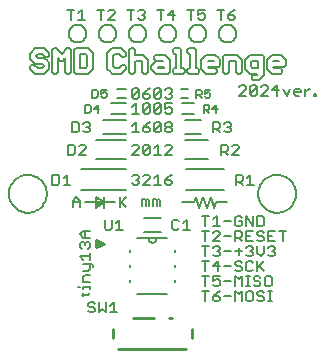
<source format=gto>
G75*
%MOIN*%
%OFA0B0*%
%FSLAX24Y24*%
%IPPOS*%
%LPD*%
%AMOC8*
5,1,8,0,0,1.08239X$1,22.5*
%
%ADD10C,0.0079*%
%ADD11C,0.0060*%
%ADD12C,0.0059*%
%ADD13C,0.0100*%
%ADD14C,0.0050*%
%ADD15C,0.0080*%
D10*
X004564Y005440D02*
X004814Y005627D01*
X004564Y005815D01*
X004564Y005440D01*
X004564Y005498D02*
X004641Y005498D01*
X004564Y005575D02*
X004744Y005575D01*
X004780Y005653D02*
X004564Y005653D01*
X004564Y005730D02*
X004677Y005730D01*
X004574Y005807D02*
X004564Y005807D01*
X004814Y005815D02*
X004814Y005627D01*
X004814Y005440D01*
X004814Y005627D02*
X005189Y005627D01*
X004814Y005627D02*
X004189Y005627D01*
X001655Y005912D02*
X001657Y005962D01*
X001663Y006012D01*
X001673Y006061D01*
X001687Y006109D01*
X001704Y006156D01*
X001725Y006201D01*
X001750Y006245D01*
X001778Y006286D01*
X001810Y006325D01*
X001844Y006362D01*
X001881Y006396D01*
X001921Y006426D01*
X001963Y006453D01*
X002007Y006477D01*
X002053Y006498D01*
X002100Y006514D01*
X002148Y006527D01*
X002198Y006536D01*
X002247Y006541D01*
X002298Y006542D01*
X002348Y006539D01*
X002397Y006532D01*
X002446Y006521D01*
X002494Y006506D01*
X002540Y006488D01*
X002585Y006466D01*
X002628Y006440D01*
X002669Y006411D01*
X002708Y006379D01*
X002744Y006344D01*
X002776Y006306D01*
X002806Y006266D01*
X002833Y006223D01*
X002856Y006179D01*
X002875Y006133D01*
X002891Y006085D01*
X002903Y006036D01*
X002911Y005987D01*
X002915Y005937D01*
X002915Y005887D01*
X002911Y005837D01*
X002903Y005788D01*
X002891Y005739D01*
X002875Y005691D01*
X002856Y005645D01*
X002833Y005601D01*
X002806Y005558D01*
X002776Y005518D01*
X002744Y005480D01*
X002708Y005445D01*
X002669Y005413D01*
X002628Y005384D01*
X002585Y005358D01*
X002540Y005336D01*
X002494Y005318D01*
X002446Y005303D01*
X002397Y005292D01*
X002348Y005285D01*
X002298Y005282D01*
X002247Y005283D01*
X002198Y005288D01*
X002148Y005297D01*
X002100Y005310D01*
X002053Y005326D01*
X002007Y005347D01*
X001963Y005371D01*
X001921Y005398D01*
X001881Y005428D01*
X001844Y005462D01*
X001810Y005499D01*
X001778Y005538D01*
X001750Y005579D01*
X001725Y005623D01*
X001704Y005668D01*
X001687Y005715D01*
X001673Y005763D01*
X001663Y005812D01*
X001657Y005862D01*
X001655Y005912D01*
X007439Y005627D02*
X007814Y005627D01*
X007876Y005815D01*
X008001Y005440D01*
X008126Y005815D01*
X008251Y005440D01*
X008376Y005815D01*
X008501Y005440D01*
X008564Y005627D01*
X008939Y005627D01*
X009962Y005912D02*
X009964Y005962D01*
X009970Y006012D01*
X009980Y006061D01*
X009994Y006109D01*
X010011Y006156D01*
X010032Y006201D01*
X010057Y006245D01*
X010085Y006286D01*
X010117Y006325D01*
X010151Y006362D01*
X010188Y006396D01*
X010228Y006426D01*
X010270Y006453D01*
X010314Y006477D01*
X010360Y006498D01*
X010407Y006514D01*
X010455Y006527D01*
X010505Y006536D01*
X010554Y006541D01*
X010605Y006542D01*
X010655Y006539D01*
X010704Y006532D01*
X010753Y006521D01*
X010801Y006506D01*
X010847Y006488D01*
X010892Y006466D01*
X010935Y006440D01*
X010976Y006411D01*
X011015Y006379D01*
X011051Y006344D01*
X011083Y006306D01*
X011113Y006266D01*
X011140Y006223D01*
X011163Y006179D01*
X011182Y006133D01*
X011198Y006085D01*
X011210Y006036D01*
X011218Y005987D01*
X011222Y005937D01*
X011222Y005887D01*
X011218Y005837D01*
X011210Y005788D01*
X011198Y005739D01*
X011182Y005691D01*
X011163Y005645D01*
X011140Y005601D01*
X011113Y005558D01*
X011083Y005518D01*
X011051Y005480D01*
X011015Y005445D01*
X010976Y005413D01*
X010935Y005384D01*
X010892Y005358D01*
X010847Y005336D01*
X010801Y005318D01*
X010753Y005303D01*
X010704Y005292D01*
X010655Y005285D01*
X010605Y005282D01*
X010554Y005283D01*
X010505Y005288D01*
X010455Y005297D01*
X010407Y005310D01*
X010360Y005326D01*
X010314Y005347D01*
X010270Y005371D01*
X010228Y005398D01*
X010188Y005428D01*
X010151Y005462D01*
X010117Y005499D01*
X010085Y005538D01*
X010057Y005579D01*
X010032Y005623D01*
X010011Y005668D01*
X009994Y005715D01*
X009980Y005763D01*
X009970Y005812D01*
X009964Y005862D01*
X009962Y005912D01*
D11*
X004018Y002793D02*
X003962Y002793D01*
X004132Y002793D02*
X004359Y002793D01*
X004359Y002737D02*
X004359Y002850D01*
X004359Y002982D02*
X004132Y002982D01*
X004132Y003152D01*
X004188Y003209D01*
X004359Y003209D01*
X004302Y003350D02*
X004132Y003350D01*
X004302Y003350D02*
X004359Y003407D01*
X004359Y003577D01*
X004415Y003577D02*
X004132Y003577D01*
X004132Y003719D02*
X004018Y003832D01*
X004359Y003832D01*
X004359Y003719D02*
X004359Y003946D01*
X004302Y004087D02*
X004359Y004144D01*
X004359Y004257D01*
X004302Y004314D01*
X004245Y004314D01*
X004188Y004257D01*
X004188Y004200D01*
X004188Y004257D02*
X004132Y004314D01*
X004075Y004314D01*
X004018Y004257D01*
X004018Y004144D01*
X004075Y004087D01*
X004132Y004455D02*
X004018Y004569D01*
X004132Y004682D01*
X004359Y004682D01*
X004188Y004682D02*
X004188Y004455D01*
X004132Y004455D02*
X004359Y004455D01*
X004850Y004764D02*
X004907Y004707D01*
X005020Y004707D01*
X005077Y004764D01*
X005077Y005048D01*
X005219Y004934D02*
X005332Y005048D01*
X005332Y004707D01*
X005219Y004707D02*
X005445Y004707D01*
X004850Y004764D02*
X004850Y005048D01*
X005347Y005457D02*
X005347Y005798D01*
X005404Y005628D02*
X005574Y005457D01*
X005347Y005571D02*
X005574Y005798D01*
X005820Y006207D02*
X005763Y006264D01*
X005820Y006207D02*
X005933Y006207D01*
X005990Y006264D01*
X005990Y006321D01*
X005933Y006378D01*
X005877Y006378D01*
X005933Y006378D02*
X005990Y006434D01*
X005990Y006491D01*
X005933Y006548D01*
X005820Y006548D01*
X005763Y006491D01*
X006132Y006491D02*
X006188Y006548D01*
X006302Y006548D01*
X006358Y006491D01*
X006358Y006434D01*
X006132Y006207D01*
X006358Y006207D01*
X006500Y006207D02*
X006727Y006207D01*
X006613Y006207D02*
X006613Y006548D01*
X006500Y006434D01*
X006868Y006378D02*
X006868Y006264D01*
X006925Y006207D01*
X007038Y006207D01*
X007095Y006264D01*
X007095Y006321D01*
X007038Y006378D01*
X006868Y006378D01*
X006982Y006491D01*
X007095Y006548D01*
X007095Y007207D02*
X006868Y007207D01*
X007095Y007434D01*
X007095Y007491D01*
X007038Y007548D01*
X006925Y007548D01*
X006868Y007491D01*
X006613Y007548D02*
X006613Y007207D01*
X006500Y007207D02*
X006727Y007207D01*
X006500Y007434D02*
X006613Y007548D01*
X006358Y007491D02*
X006358Y007264D01*
X006302Y007207D01*
X006188Y007207D01*
X006132Y007264D01*
X006358Y007491D01*
X006302Y007548D01*
X006188Y007548D01*
X006132Y007491D01*
X006132Y007264D01*
X005990Y007207D02*
X005763Y007207D01*
X005990Y007434D01*
X005990Y007491D01*
X005933Y007548D01*
X005820Y007548D01*
X005763Y007491D01*
X005763Y007957D02*
X005990Y007957D01*
X005877Y007957D02*
X005877Y008298D01*
X005763Y008184D01*
X006132Y008128D02*
X006132Y008014D01*
X006188Y007957D01*
X006302Y007957D01*
X006358Y008014D01*
X006358Y008071D01*
X006302Y008128D01*
X006132Y008128D01*
X006245Y008241D01*
X006358Y008298D01*
X006500Y008241D02*
X006557Y008298D01*
X006670Y008298D01*
X006727Y008241D01*
X006500Y008014D01*
X006557Y007957D01*
X006670Y007957D01*
X006727Y008014D01*
X006727Y008241D01*
X006868Y008241D02*
X006925Y008298D01*
X007038Y008298D01*
X007095Y008241D01*
X007095Y008184D01*
X007038Y008128D01*
X006925Y008128D01*
X006868Y008184D01*
X006868Y008241D01*
X006925Y008128D02*
X006868Y008071D01*
X006868Y008014D01*
X006925Y007957D01*
X007038Y007957D01*
X007095Y008014D01*
X007095Y008071D01*
X007038Y008128D01*
X007038Y008582D02*
X006925Y008582D01*
X006868Y008639D01*
X006868Y008753D02*
X006982Y008809D01*
X007038Y008809D01*
X007095Y008753D01*
X007095Y008639D01*
X007038Y008582D01*
X006868Y008753D02*
X006868Y008923D01*
X007095Y008923D01*
X007038Y009082D02*
X006925Y009082D01*
X006868Y009139D01*
X006727Y009139D02*
X006670Y009082D01*
X006557Y009082D01*
X006500Y009139D01*
X006727Y009366D01*
X006727Y009139D01*
X006670Y008923D02*
X006557Y008923D01*
X006500Y008866D01*
X006500Y008639D01*
X006727Y008866D01*
X006727Y008639D01*
X006670Y008582D01*
X006557Y008582D01*
X006500Y008639D01*
X006358Y008639D02*
X006302Y008582D01*
X006188Y008582D01*
X006132Y008639D01*
X006358Y008866D01*
X006358Y008639D01*
X006132Y008639D02*
X006132Y008866D01*
X006188Y008923D01*
X006302Y008923D01*
X006358Y008866D01*
X006302Y009082D02*
X006358Y009139D01*
X006358Y009196D01*
X006302Y009253D01*
X006132Y009253D01*
X006132Y009139D01*
X006188Y009082D01*
X006302Y009082D01*
X006132Y009253D02*
X006245Y009366D01*
X006358Y009423D01*
X006500Y009366D02*
X006557Y009423D01*
X006670Y009423D01*
X006727Y009366D01*
X006868Y009366D02*
X006925Y009423D01*
X007038Y009423D01*
X007095Y009366D01*
X007095Y009309D01*
X007038Y009253D01*
X007095Y009196D01*
X007095Y009139D01*
X007038Y009082D01*
X007038Y009253D02*
X006982Y009253D01*
X006670Y008923D02*
X006727Y008866D01*
X006500Y009139D02*
X006500Y009366D01*
X005990Y009366D02*
X005990Y009139D01*
X005933Y009082D01*
X005820Y009082D01*
X005763Y009139D01*
X005990Y009366D01*
X005933Y009423D01*
X005820Y009423D01*
X005763Y009366D01*
X005763Y009139D01*
X005877Y008923D02*
X005763Y008809D01*
X005877Y008923D02*
X005877Y008582D01*
X005990Y008582D02*
X005763Y008582D01*
X006500Y008241D02*
X006500Y008014D01*
X008450Y007957D02*
X008450Y008298D01*
X008620Y008298D01*
X008677Y008241D01*
X008677Y008128D01*
X008620Y008071D01*
X008450Y008071D01*
X008563Y008071D02*
X008677Y007957D01*
X008818Y008014D02*
X008875Y007957D01*
X008988Y007957D01*
X009045Y008014D01*
X009045Y008071D01*
X008988Y008128D01*
X008932Y008128D01*
X008988Y008128D02*
X009045Y008184D01*
X009045Y008241D01*
X008988Y008298D01*
X008875Y008298D01*
X008818Y008241D01*
X008901Y007548D02*
X008730Y007548D01*
X008730Y007207D01*
X008730Y007321D02*
X008901Y007321D01*
X008957Y007378D01*
X008957Y007491D01*
X008901Y007548D01*
X009099Y007491D02*
X009155Y007548D01*
X009269Y007548D01*
X009326Y007491D01*
X009326Y007434D01*
X009099Y007207D01*
X009326Y007207D01*
X008957Y007207D02*
X008844Y007321D01*
X009219Y006548D02*
X009389Y006548D01*
X009445Y006491D01*
X009445Y006378D01*
X009389Y006321D01*
X009219Y006321D01*
X009332Y006321D02*
X009445Y006207D01*
X009587Y006207D02*
X009814Y006207D01*
X009700Y006207D02*
X009700Y006548D01*
X009587Y006434D01*
X009219Y006548D02*
X009219Y006207D01*
X009255Y005173D02*
X009199Y005116D01*
X009199Y004889D01*
X009255Y004832D01*
X009369Y004832D01*
X009425Y004889D01*
X009425Y005003D01*
X009312Y005003D01*
X009425Y005116D02*
X009369Y005173D01*
X009255Y005173D01*
X009057Y005003D02*
X008830Y005003D01*
X008689Y004832D02*
X008462Y004832D01*
X008575Y004832D02*
X008575Y005173D01*
X008462Y005059D01*
X008320Y005173D02*
X008094Y005173D01*
X008207Y005173D02*
X008207Y004832D01*
X008207Y004673D02*
X008207Y004332D01*
X008207Y004173D02*
X008207Y003832D01*
X008207Y003673D02*
X008207Y003332D01*
X008207Y003173D02*
X008207Y002832D01*
X008207Y002673D02*
X008207Y002332D01*
X008462Y002389D02*
X008519Y002332D01*
X008632Y002332D01*
X008689Y002389D01*
X008689Y002446D01*
X008632Y002503D01*
X008462Y002503D01*
X008462Y002389D01*
X008462Y002503D02*
X008575Y002616D01*
X008689Y002673D01*
X008632Y002832D02*
X008519Y002832D01*
X008462Y002889D01*
X008462Y003003D02*
X008575Y003059D01*
X008632Y003059D01*
X008689Y003003D01*
X008689Y002889D01*
X008632Y002832D01*
X008462Y003003D02*
X008462Y003173D01*
X008689Y003173D01*
X008632Y003332D02*
X008632Y003673D01*
X008462Y003503D01*
X008689Y003503D01*
X008830Y003503D02*
X009057Y003503D01*
X009199Y003559D02*
X009255Y003503D01*
X009369Y003503D01*
X009425Y003446D01*
X009425Y003389D01*
X009369Y003332D01*
X009255Y003332D01*
X009199Y003389D01*
X009199Y003559D02*
X009199Y003616D01*
X009255Y003673D01*
X009369Y003673D01*
X009425Y003616D01*
X009567Y003616D02*
X009567Y003389D01*
X009624Y003332D01*
X009737Y003332D01*
X009794Y003389D01*
X009935Y003332D02*
X009935Y003673D01*
X009794Y003616D02*
X009737Y003673D01*
X009624Y003673D01*
X009567Y003616D01*
X009624Y003832D02*
X009567Y003889D01*
X009624Y003832D02*
X009737Y003832D01*
X009794Y003889D01*
X009794Y003946D01*
X009737Y004003D01*
X009680Y004003D01*
X009737Y004003D02*
X009794Y004059D01*
X009794Y004116D01*
X009737Y004173D01*
X009624Y004173D01*
X009567Y004116D01*
X009425Y004003D02*
X009199Y004003D01*
X009057Y004003D02*
X008830Y004003D01*
X008689Y004059D02*
X008632Y004003D01*
X008689Y003946D01*
X008689Y003889D01*
X008632Y003832D01*
X008519Y003832D01*
X008462Y003889D01*
X008575Y004003D02*
X008632Y004003D01*
X008689Y004059D02*
X008689Y004116D01*
X008632Y004173D01*
X008519Y004173D01*
X008462Y004116D01*
X008320Y004173D02*
X008094Y004173D01*
X008462Y004332D02*
X008689Y004559D01*
X008689Y004616D01*
X008632Y004673D01*
X008519Y004673D01*
X008462Y004616D01*
X008320Y004673D02*
X008094Y004673D01*
X007695Y004707D02*
X007469Y004707D01*
X007582Y004707D02*
X007582Y005048D01*
X007469Y004934D01*
X007327Y004991D02*
X007270Y005048D01*
X007157Y005048D01*
X007100Y004991D01*
X007100Y004764D01*
X007157Y004707D01*
X007270Y004707D01*
X007327Y004764D01*
X006695Y005520D02*
X006695Y005690D01*
X006639Y005747D01*
X006582Y005690D01*
X006582Y005520D01*
X006469Y005520D02*
X006469Y005747D01*
X006525Y005747D01*
X006582Y005690D01*
X006327Y005690D02*
X006327Y005520D01*
X006214Y005520D02*
X006214Y005690D01*
X006270Y005747D01*
X006327Y005690D01*
X006214Y005690D02*
X006157Y005747D01*
X006100Y005747D01*
X006100Y005520D01*
X004228Y007207D02*
X004001Y007207D01*
X004228Y007434D01*
X004228Y007491D01*
X004171Y007548D01*
X004058Y007548D01*
X004001Y007491D01*
X003859Y007491D02*
X003859Y007264D01*
X003803Y007207D01*
X003633Y007207D01*
X003633Y007548D01*
X003803Y007548D01*
X003859Y007491D01*
X003921Y007957D02*
X003751Y007957D01*
X003751Y008298D01*
X003921Y008298D01*
X003978Y008241D01*
X003978Y008014D01*
X003921Y007957D01*
X004119Y008014D02*
X004176Y007957D01*
X004289Y007957D01*
X004346Y008014D01*
X004346Y008071D01*
X004289Y008128D01*
X004232Y008128D01*
X004289Y008128D02*
X004346Y008184D01*
X004346Y008241D01*
X004289Y008298D01*
X004176Y008298D01*
X004119Y008241D01*
X003589Y006548D02*
X003589Y006207D01*
X003702Y006207D02*
X003475Y006207D01*
X003334Y006264D02*
X003334Y006491D01*
X003277Y006548D01*
X003107Y006548D01*
X003107Y006207D01*
X003277Y006207D01*
X003334Y006264D01*
X003475Y006434D02*
X003589Y006548D01*
X003898Y005798D02*
X004011Y005684D01*
X004011Y005457D01*
X004011Y005628D02*
X003784Y005628D01*
X003784Y005684D02*
X003898Y005798D01*
X003784Y005684D02*
X003784Y005457D01*
X004415Y003577D02*
X004472Y003521D01*
X004472Y003464D01*
X004132Y002793D02*
X004132Y002737D01*
X004132Y002604D02*
X004132Y002491D01*
X004075Y002548D02*
X004302Y002548D01*
X004359Y002604D01*
X004348Y002298D02*
X004291Y002241D01*
X004291Y002184D01*
X004348Y002128D01*
X004461Y002128D01*
X004518Y002071D01*
X004518Y002014D01*
X004461Y001957D01*
X004348Y001957D01*
X004291Y002014D01*
X004348Y002298D02*
X004461Y002298D01*
X004518Y002241D01*
X004659Y002298D02*
X004659Y001957D01*
X004773Y002071D01*
X004886Y001957D01*
X004886Y002298D01*
X005028Y002184D02*
X005141Y002298D01*
X005141Y001957D01*
X005028Y001957D02*
X005255Y001957D01*
X008094Y002673D02*
X008320Y002673D01*
X008320Y003173D02*
X008094Y003173D01*
X008094Y003673D02*
X008320Y003673D01*
X008462Y004332D02*
X008689Y004332D01*
X008830Y004503D02*
X009057Y004503D01*
X009199Y004446D02*
X009369Y004446D01*
X009425Y004503D01*
X009425Y004616D01*
X009369Y004673D01*
X009199Y004673D01*
X009199Y004332D01*
X009312Y004446D02*
X009425Y004332D01*
X009567Y004332D02*
X009794Y004332D01*
X009935Y004389D02*
X009992Y004332D01*
X010105Y004332D01*
X010162Y004389D01*
X010162Y004446D01*
X010105Y004503D01*
X009992Y004503D01*
X009935Y004559D01*
X009935Y004616D01*
X009992Y004673D01*
X010105Y004673D01*
X010162Y004616D01*
X010303Y004673D02*
X010303Y004332D01*
X010530Y004332D01*
X010474Y004173D02*
X010360Y004173D01*
X010303Y004116D01*
X010417Y004003D02*
X010474Y004003D01*
X010530Y003946D01*
X010530Y003889D01*
X010474Y003832D01*
X010360Y003832D01*
X010303Y003889D01*
X010474Y004003D02*
X010530Y004059D01*
X010530Y004116D01*
X010474Y004173D01*
X010417Y004503D02*
X010303Y004503D01*
X010303Y004673D02*
X010530Y004673D01*
X010672Y004673D02*
X010899Y004673D01*
X010785Y004673D02*
X010785Y004332D01*
X010162Y004173D02*
X010162Y003946D01*
X010049Y003832D01*
X009935Y003946D01*
X009935Y004173D01*
X009680Y004503D02*
X009567Y004503D01*
X009567Y004673D02*
X009567Y004332D01*
X009312Y004116D02*
X009312Y003889D01*
X009935Y003446D02*
X010162Y003673D01*
X009992Y003503D02*
X010162Y003332D01*
X010237Y003173D02*
X010181Y003116D01*
X010181Y002889D01*
X010237Y002832D01*
X010351Y002832D01*
X010408Y002889D01*
X010408Y003116D01*
X010351Y003173D01*
X010237Y003173D01*
X010039Y003116D02*
X009983Y003173D01*
X009869Y003173D01*
X009812Y003116D01*
X009812Y003059D01*
X009869Y003003D01*
X009983Y003003D01*
X010039Y002946D01*
X010039Y002889D01*
X009983Y002832D01*
X009869Y002832D01*
X009812Y002889D01*
X009680Y002832D02*
X009567Y002832D01*
X009624Y002832D02*
X009624Y003173D01*
X009680Y003173D02*
X009567Y003173D01*
X009425Y003173D02*
X009425Y002832D01*
X009425Y002673D02*
X009425Y002332D01*
X009567Y002389D02*
X009624Y002332D01*
X009737Y002332D01*
X009794Y002389D01*
X009794Y002616D01*
X009737Y002673D01*
X009624Y002673D01*
X009567Y002616D01*
X009567Y002389D01*
X009312Y002559D02*
X009425Y002673D01*
X009312Y002559D02*
X009199Y002673D01*
X009199Y002332D01*
X009057Y002503D02*
X008830Y002503D01*
X009199Y002832D02*
X009199Y003173D01*
X009312Y003059D01*
X009425Y003173D01*
X009057Y003003D02*
X008830Y003003D01*
X009935Y002616D02*
X009935Y002559D01*
X009992Y002503D01*
X010105Y002503D01*
X010162Y002446D01*
X010162Y002389D01*
X010105Y002332D01*
X009992Y002332D01*
X009935Y002389D01*
X009935Y002616D02*
X009992Y002673D01*
X010105Y002673D01*
X010162Y002616D01*
X010303Y002673D02*
X010417Y002673D01*
X010360Y002673D02*
X010360Y002332D01*
X010303Y002332D02*
X010417Y002332D01*
X009794Y004673D02*
X009567Y004673D01*
X009567Y004832D02*
X009567Y005173D01*
X009794Y004832D01*
X009794Y005173D01*
X009935Y005173D02*
X010105Y005173D01*
X010162Y005116D01*
X010162Y004889D01*
X010105Y004832D01*
X009935Y004832D01*
X009935Y005173D01*
X009861Y009187D02*
X009748Y009187D01*
X009691Y009243D01*
X009918Y009470D01*
X009918Y009243D01*
X009861Y009187D01*
X009691Y009243D02*
X009691Y009470D01*
X009748Y009527D01*
X009861Y009527D01*
X009918Y009470D01*
X010060Y009470D02*
X010116Y009527D01*
X010230Y009527D01*
X010286Y009470D01*
X010286Y009414D01*
X010060Y009187D01*
X010286Y009187D01*
X010428Y009357D02*
X010655Y009357D01*
X010796Y009414D02*
X010910Y009187D01*
X011023Y009414D01*
X011164Y009357D02*
X011164Y009243D01*
X011221Y009187D01*
X011335Y009187D01*
X011391Y009300D02*
X011164Y009300D01*
X011164Y009357D02*
X011221Y009414D01*
X011335Y009414D01*
X011391Y009357D01*
X011391Y009300D01*
X011533Y009300D02*
X011646Y009414D01*
X011703Y009414D01*
X011533Y009414D02*
X011533Y009187D01*
X011840Y009187D02*
X011896Y009187D01*
X011896Y009243D01*
X011840Y009243D01*
X011840Y009187D01*
X010598Y009187D02*
X010598Y009527D01*
X010428Y009357D01*
X009550Y009414D02*
X009550Y009470D01*
X009493Y009527D01*
X009380Y009527D01*
X009323Y009470D01*
X009550Y009414D02*
X009323Y009187D01*
X009550Y009187D01*
X009139Y011707D02*
X009195Y011764D01*
X009195Y011821D01*
X009139Y011878D01*
X008969Y011878D01*
X008969Y011764D01*
X009025Y011707D01*
X009139Y011707D01*
X008969Y011878D02*
X009082Y011991D01*
X009195Y012048D01*
X008827Y012048D02*
X008600Y012048D01*
X008714Y012048D02*
X008714Y011707D01*
X008195Y011764D02*
X008139Y011707D01*
X008025Y011707D01*
X007969Y011764D01*
X007969Y011878D02*
X008082Y011934D01*
X008139Y011934D01*
X008195Y011878D01*
X008195Y011764D01*
X007969Y011878D02*
X007969Y012048D01*
X008195Y012048D01*
X007827Y012048D02*
X007600Y012048D01*
X007714Y012048D02*
X007714Y011707D01*
X007195Y011878D02*
X006969Y011878D01*
X007139Y012048D01*
X007139Y011707D01*
X006714Y011707D02*
X006714Y012048D01*
X006827Y012048D02*
X006600Y012048D01*
X006195Y011991D02*
X006195Y011934D01*
X006139Y011878D01*
X006195Y011821D01*
X006195Y011764D01*
X006139Y011707D01*
X006025Y011707D01*
X005969Y011764D01*
X006082Y011878D02*
X006139Y011878D01*
X006195Y011991D02*
X006139Y012048D01*
X006025Y012048D01*
X005969Y011991D01*
X005827Y012048D02*
X005600Y012048D01*
X005714Y012048D02*
X005714Y011707D01*
X005195Y011707D02*
X004969Y011707D01*
X005195Y011934D01*
X005195Y011991D01*
X005139Y012048D01*
X005025Y012048D01*
X004969Y011991D01*
X004827Y012048D02*
X004600Y012048D01*
X004714Y012048D02*
X004714Y011707D01*
X004195Y011707D02*
X003969Y011707D01*
X004082Y011707D02*
X004082Y012048D01*
X003969Y011934D01*
X003827Y012048D02*
X003600Y012048D01*
X003714Y012048D02*
X003714Y011707D01*
D12*
X003644Y011252D02*
X003646Y011286D01*
X003652Y011320D01*
X003662Y011353D01*
X003675Y011384D01*
X003693Y011414D01*
X003713Y011442D01*
X003737Y011467D01*
X003763Y011489D01*
X003791Y011507D01*
X003822Y011523D01*
X003854Y011535D01*
X003888Y011543D01*
X003922Y011547D01*
X003956Y011547D01*
X003990Y011543D01*
X004024Y011535D01*
X004056Y011523D01*
X004086Y011507D01*
X004115Y011489D01*
X004141Y011467D01*
X004165Y011442D01*
X004185Y011414D01*
X004203Y011384D01*
X004216Y011353D01*
X004226Y011320D01*
X004232Y011286D01*
X004234Y011252D01*
X004232Y011218D01*
X004226Y011184D01*
X004216Y011151D01*
X004203Y011120D01*
X004185Y011090D01*
X004165Y011062D01*
X004141Y011037D01*
X004115Y011015D01*
X004087Y010997D01*
X004056Y010981D01*
X004024Y010969D01*
X003990Y010961D01*
X003956Y010957D01*
X003922Y010957D01*
X003888Y010961D01*
X003854Y010969D01*
X003822Y010981D01*
X003791Y010997D01*
X003763Y011015D01*
X003737Y011037D01*
X003713Y011062D01*
X003693Y011090D01*
X003675Y011120D01*
X003662Y011151D01*
X003652Y011184D01*
X003646Y011218D01*
X003644Y011252D01*
X003671Y010765D02*
X003593Y010765D01*
X003412Y010585D01*
X003232Y010765D01*
X003154Y010765D01*
X003099Y010709D01*
X003099Y009973D01*
X003154Y009918D01*
X003232Y009918D01*
X003288Y009973D01*
X003288Y010442D01*
X003318Y010412D01*
X003373Y010356D01*
X003452Y010356D01*
X003492Y010396D01*
X003507Y010412D01*
X003537Y010442D01*
X003537Y009973D01*
X003593Y009918D01*
X003671Y009918D01*
X003726Y009973D01*
X003726Y010709D01*
X003671Y010765D01*
X003824Y010709D02*
X003824Y009973D01*
X003879Y009918D01*
X004286Y009918D01*
X004451Y010083D01*
X004451Y010600D01*
X004286Y010765D01*
X003879Y010765D01*
X003824Y010709D01*
X004013Y010576D02*
X004208Y010576D01*
X004262Y010521D01*
X004262Y010161D01*
X004208Y010107D01*
X004013Y010107D01*
X004013Y010576D01*
X004933Y010600D02*
X004933Y010083D01*
X005042Y009973D01*
X005098Y009918D01*
X005395Y009918D01*
X005560Y010083D01*
X005560Y010161D01*
X005505Y010216D01*
X005427Y010216D01*
X005317Y010107D01*
X005176Y010107D01*
X005122Y010161D01*
X005122Y010521D01*
X005176Y010576D01*
X005317Y010576D01*
X005427Y010466D01*
X005505Y010466D01*
X005560Y010521D01*
X005560Y010600D01*
X005395Y010765D01*
X005098Y010765D01*
X004934Y010601D01*
X004933Y010600D01*
X004644Y011252D02*
X004646Y011286D01*
X004652Y011320D01*
X004662Y011353D01*
X004675Y011384D01*
X004693Y011414D01*
X004713Y011442D01*
X004737Y011467D01*
X004763Y011489D01*
X004791Y011507D01*
X004822Y011523D01*
X004854Y011535D01*
X004888Y011543D01*
X004922Y011547D01*
X004956Y011547D01*
X004990Y011543D01*
X005024Y011535D01*
X005056Y011523D01*
X005086Y011507D01*
X005115Y011489D01*
X005141Y011467D01*
X005165Y011442D01*
X005185Y011414D01*
X005203Y011384D01*
X005216Y011353D01*
X005226Y011320D01*
X005232Y011286D01*
X005234Y011252D01*
X005232Y011218D01*
X005226Y011184D01*
X005216Y011151D01*
X005203Y011120D01*
X005185Y011090D01*
X005165Y011062D01*
X005141Y011037D01*
X005115Y011015D01*
X005087Y010997D01*
X005056Y010981D01*
X005024Y010969D01*
X004990Y010961D01*
X004956Y010957D01*
X004922Y010957D01*
X004888Y010961D01*
X004854Y010969D01*
X004822Y010981D01*
X004791Y010997D01*
X004763Y011015D01*
X004737Y011037D01*
X004713Y011062D01*
X004693Y011090D01*
X004675Y011120D01*
X004662Y011151D01*
X004652Y011184D01*
X004646Y011218D01*
X004644Y011252D01*
X005658Y010709D02*
X005658Y009973D01*
X005713Y009918D01*
X005791Y009918D01*
X005847Y009973D01*
X005847Y010302D01*
X005901Y010356D01*
X006042Y010356D01*
X006096Y010302D01*
X006096Y009973D01*
X006152Y009918D01*
X006230Y009918D01*
X006285Y009973D01*
X006285Y010380D01*
X006230Y010436D01*
X006120Y010545D01*
X005847Y010545D01*
X005847Y010709D01*
X005791Y010765D01*
X005713Y010765D01*
X005658Y010709D01*
X005644Y011252D02*
X005646Y011286D01*
X005652Y011320D01*
X005662Y011353D01*
X005675Y011384D01*
X005693Y011414D01*
X005713Y011442D01*
X005737Y011467D01*
X005763Y011489D01*
X005791Y011507D01*
X005822Y011523D01*
X005854Y011535D01*
X005888Y011543D01*
X005922Y011547D01*
X005956Y011547D01*
X005990Y011543D01*
X006024Y011535D01*
X006056Y011523D01*
X006086Y011507D01*
X006115Y011489D01*
X006141Y011467D01*
X006165Y011442D01*
X006185Y011414D01*
X006203Y011384D01*
X006216Y011353D01*
X006226Y011320D01*
X006232Y011286D01*
X006234Y011252D01*
X006232Y011218D01*
X006226Y011184D01*
X006216Y011151D01*
X006203Y011120D01*
X006185Y011090D01*
X006165Y011062D01*
X006141Y011037D01*
X006115Y011015D01*
X006087Y010997D01*
X006056Y010981D01*
X006024Y010969D01*
X005990Y010961D01*
X005956Y010957D01*
X005922Y010957D01*
X005888Y010961D01*
X005854Y010969D01*
X005822Y010981D01*
X005791Y010997D01*
X005763Y011015D01*
X005737Y011037D01*
X005713Y011062D01*
X005693Y011090D01*
X005675Y011120D01*
X005662Y011151D01*
X005652Y011184D01*
X005646Y011218D01*
X005644Y011252D01*
X006492Y010490D02*
X006492Y010412D01*
X006548Y010356D01*
X006767Y010356D01*
X006797Y010326D01*
X006548Y010326D01*
X006492Y010271D01*
X006383Y010161D01*
X006383Y010083D01*
X006548Y009918D01*
X006955Y009918D01*
X007010Y009973D01*
X007010Y010380D01*
X006955Y010436D01*
X006845Y010545D01*
X006548Y010545D01*
X006492Y010490D01*
X006626Y010137D02*
X006821Y010137D01*
X006821Y010107D01*
X006626Y010107D01*
X006611Y010122D01*
X006626Y010137D01*
X007108Y010051D02*
X007108Y009973D01*
X007163Y009918D01*
X007461Y009918D01*
X007516Y009973D01*
X007516Y010051D01*
X007461Y010107D01*
X007406Y010107D01*
X007406Y010709D01*
X007351Y010765D01*
X007163Y010765D01*
X007108Y010709D01*
X007108Y010631D01*
X007163Y010576D01*
X007217Y010576D01*
X007217Y010107D01*
X007163Y010107D01*
X007108Y010051D01*
X007591Y010051D02*
X007591Y009973D01*
X007646Y009918D01*
X007944Y009918D01*
X007999Y009973D01*
X007999Y010051D01*
X007944Y010107D01*
X007890Y010107D01*
X007890Y010709D01*
X007834Y010765D01*
X007646Y010765D01*
X007591Y010709D01*
X007591Y010631D01*
X007646Y010576D01*
X007701Y010576D01*
X007701Y010107D01*
X007646Y010107D01*
X007591Y010051D01*
X008074Y010083D02*
X008239Y009918D01*
X008537Y009918D01*
X008593Y009973D01*
X008593Y010051D01*
X008537Y010107D01*
X008318Y010107D01*
X008288Y010137D01*
X008647Y010137D01*
X008702Y010192D01*
X008702Y010380D01*
X008647Y010436D01*
X008537Y010545D01*
X008239Y010545D01*
X008184Y010490D01*
X008074Y010380D01*
X008074Y010083D01*
X008288Y010326D02*
X008318Y010356D01*
X008459Y010356D01*
X008489Y010326D01*
X008288Y010326D01*
X008799Y010490D02*
X008799Y009973D01*
X008855Y009918D01*
X008933Y009918D01*
X008989Y009973D01*
X008989Y010356D01*
X009184Y010356D01*
X009238Y010302D01*
X009238Y009973D01*
X009294Y009918D01*
X009372Y009918D01*
X009427Y009973D01*
X009427Y010380D01*
X009372Y010436D01*
X009262Y010545D01*
X008855Y010545D01*
X008799Y010490D01*
X009525Y010380D02*
X009525Y010083D01*
X009634Y009973D01*
X009690Y009918D01*
X009939Y009918D01*
X009909Y009887D01*
X009799Y009887D01*
X009744Y009832D01*
X009744Y009754D01*
X009799Y009698D01*
X009987Y009698D01*
X010097Y009808D01*
X010152Y009863D01*
X010152Y010490D01*
X010097Y010545D01*
X009690Y010545D01*
X009580Y010436D01*
X009525Y010380D01*
X009714Y010302D02*
X009714Y010161D01*
X009768Y010107D01*
X009963Y010107D01*
X009963Y010356D01*
X009768Y010356D01*
X009714Y010302D01*
X010250Y010380D02*
X010250Y010083D01*
X010305Y010027D01*
X010415Y009918D01*
X010712Y009918D01*
X010768Y009973D01*
X010768Y010051D01*
X010712Y010107D01*
X010493Y010107D01*
X010463Y010137D01*
X010822Y010137D01*
X010877Y010192D01*
X010877Y010380D01*
X010822Y010436D01*
X010712Y010545D01*
X010415Y010545D01*
X010250Y010380D01*
X010463Y010326D02*
X010493Y010356D01*
X010634Y010356D01*
X010664Y010326D01*
X010463Y010326D01*
X008644Y011252D02*
X008646Y011286D01*
X008652Y011320D01*
X008662Y011353D01*
X008675Y011384D01*
X008693Y011414D01*
X008713Y011442D01*
X008737Y011467D01*
X008763Y011489D01*
X008791Y011507D01*
X008822Y011523D01*
X008854Y011535D01*
X008888Y011543D01*
X008922Y011547D01*
X008956Y011547D01*
X008990Y011543D01*
X009024Y011535D01*
X009056Y011523D01*
X009086Y011507D01*
X009115Y011489D01*
X009141Y011467D01*
X009165Y011442D01*
X009185Y011414D01*
X009203Y011384D01*
X009216Y011353D01*
X009226Y011320D01*
X009232Y011286D01*
X009234Y011252D01*
X009232Y011218D01*
X009226Y011184D01*
X009216Y011151D01*
X009203Y011120D01*
X009185Y011090D01*
X009165Y011062D01*
X009141Y011037D01*
X009115Y011015D01*
X009087Y010997D01*
X009056Y010981D01*
X009024Y010969D01*
X008990Y010961D01*
X008956Y010957D01*
X008922Y010957D01*
X008888Y010961D01*
X008854Y010969D01*
X008822Y010981D01*
X008791Y010997D01*
X008763Y011015D01*
X008737Y011037D01*
X008713Y011062D01*
X008693Y011090D01*
X008675Y011120D01*
X008662Y011151D01*
X008652Y011184D01*
X008646Y011218D01*
X008644Y011252D01*
X007644Y011252D02*
X007646Y011286D01*
X007652Y011320D01*
X007662Y011353D01*
X007675Y011384D01*
X007693Y011414D01*
X007713Y011442D01*
X007737Y011467D01*
X007763Y011489D01*
X007791Y011507D01*
X007822Y011523D01*
X007854Y011535D01*
X007888Y011543D01*
X007922Y011547D01*
X007956Y011547D01*
X007990Y011543D01*
X008024Y011535D01*
X008056Y011523D01*
X008086Y011507D01*
X008115Y011489D01*
X008141Y011467D01*
X008165Y011442D01*
X008185Y011414D01*
X008203Y011384D01*
X008216Y011353D01*
X008226Y011320D01*
X008232Y011286D01*
X008234Y011252D01*
X008232Y011218D01*
X008226Y011184D01*
X008216Y011151D01*
X008203Y011120D01*
X008185Y011090D01*
X008165Y011062D01*
X008141Y011037D01*
X008115Y011015D01*
X008087Y010997D01*
X008056Y010981D01*
X008024Y010969D01*
X007990Y010961D01*
X007956Y010957D01*
X007922Y010957D01*
X007888Y010961D01*
X007854Y010969D01*
X007822Y010981D01*
X007791Y010997D01*
X007763Y011015D01*
X007737Y011037D01*
X007713Y011062D01*
X007693Y011090D01*
X007675Y011120D01*
X007662Y011151D01*
X007652Y011184D01*
X007646Y011218D01*
X007644Y011252D01*
X006644Y011252D02*
X006646Y011286D01*
X006652Y011320D01*
X006662Y011353D01*
X006675Y011384D01*
X006693Y011414D01*
X006713Y011442D01*
X006737Y011467D01*
X006763Y011489D01*
X006791Y011507D01*
X006822Y011523D01*
X006854Y011535D01*
X006888Y011543D01*
X006922Y011547D01*
X006956Y011547D01*
X006990Y011543D01*
X007024Y011535D01*
X007056Y011523D01*
X007086Y011507D01*
X007115Y011489D01*
X007141Y011467D01*
X007165Y011442D01*
X007185Y011414D01*
X007203Y011384D01*
X007216Y011353D01*
X007226Y011320D01*
X007232Y011286D01*
X007234Y011252D01*
X007232Y011218D01*
X007226Y011184D01*
X007216Y011151D01*
X007203Y011120D01*
X007185Y011090D01*
X007165Y011062D01*
X007141Y011037D01*
X007115Y011015D01*
X007087Y010997D01*
X007056Y010981D01*
X007024Y010969D01*
X006990Y010961D01*
X006956Y010957D01*
X006922Y010957D01*
X006888Y010961D01*
X006854Y010969D01*
X006822Y010981D01*
X006791Y010997D01*
X006763Y011015D01*
X006737Y011037D01*
X006713Y011062D01*
X006693Y011090D01*
X006675Y011120D01*
X006662Y011151D01*
X006652Y011184D01*
X006646Y011218D01*
X006644Y011252D01*
X007519Y008364D02*
X008070Y008364D01*
X008070Y007891D02*
X007519Y007891D01*
X007519Y007692D02*
X008307Y007692D01*
X008307Y007062D02*
X007519Y007062D01*
X007559Y006732D02*
X008819Y006732D01*
X008819Y006023D02*
X007559Y006023D01*
X006714Y005114D02*
X006163Y005114D01*
X006163Y004641D02*
X006714Y004641D01*
X005555Y006023D02*
X004059Y006023D01*
X004059Y006732D02*
X005555Y006732D01*
X005555Y007062D02*
X004570Y007062D01*
X004570Y007692D02*
X005555Y007692D01*
X005555Y007891D02*
X004807Y007891D01*
X004807Y008364D02*
X005555Y008364D01*
X003001Y010083D02*
X003001Y010271D01*
X002946Y010326D01*
X002836Y010436D01*
X002617Y010436D01*
X002563Y010490D01*
X002563Y010521D01*
X002617Y010576D01*
X002758Y010576D01*
X002868Y010466D01*
X002946Y010466D01*
X003001Y010521D01*
X003001Y010600D01*
X002836Y010765D01*
X002539Y010765D01*
X002375Y010601D01*
X002374Y010600D01*
X002374Y010412D01*
X002539Y010247D01*
X002758Y010247D01*
X002812Y010192D01*
X002812Y010161D01*
X002758Y010107D01*
X002617Y010107D01*
X002507Y010216D01*
X002429Y010216D01*
X002374Y010161D01*
X002374Y010083D01*
X002539Y009918D01*
X002836Y009918D01*
X002892Y009973D01*
X003001Y010083D01*
D13*
X004564Y004377D02*
X004814Y004252D01*
X004564Y004127D01*
X004564Y004377D01*
X004564Y004335D02*
X004648Y004335D01*
X004564Y004237D02*
X004783Y004237D01*
X004586Y004138D02*
X004564Y004138D01*
X005799Y001764D02*
X006488Y001764D01*
X006980Y001764D02*
X007078Y001764D01*
X007757Y001400D02*
X007757Y001105D01*
X007570Y000741D02*
X007029Y000741D01*
X006478Y000741D01*
X005307Y000741D01*
X005120Y001105D02*
X005120Y001400D01*
D14*
X005063Y008575D02*
X005555Y008575D01*
X005555Y008930D02*
X005063Y008930D01*
X005259Y009115D02*
X005555Y009115D01*
X005555Y009390D02*
X005259Y009390D01*
X004913Y009388D02*
X004733Y009388D01*
X004733Y009252D01*
X004823Y009298D01*
X004868Y009298D01*
X004913Y009252D01*
X004913Y009162D01*
X004868Y009117D01*
X004778Y009117D01*
X004733Y009162D01*
X004618Y009162D02*
X004618Y009343D01*
X004573Y009388D01*
X004438Y009388D01*
X004438Y009117D01*
X004573Y009117D01*
X004618Y009162D01*
X004625Y008888D02*
X004490Y008752D01*
X004670Y008752D01*
X004625Y008617D02*
X004625Y008888D01*
X004375Y008843D02*
X004375Y008662D01*
X004330Y008617D01*
X004195Y008617D01*
X004195Y008888D01*
X004330Y008888D01*
X004375Y008843D01*
X007381Y009115D02*
X007618Y009115D01*
X007421Y008930D02*
X007815Y008930D01*
X007900Y009117D02*
X007900Y009388D01*
X008035Y009388D01*
X008080Y009343D01*
X008080Y009252D01*
X008035Y009207D01*
X007900Y009207D01*
X007990Y009207D02*
X008080Y009117D01*
X008194Y009162D02*
X008239Y009117D01*
X008329Y009117D01*
X008374Y009162D01*
X008374Y009252D01*
X008329Y009298D01*
X008284Y009298D01*
X008194Y009252D01*
X008194Y009388D01*
X008374Y009388D01*
X008278Y008888D02*
X008143Y008888D01*
X008143Y008617D01*
X008143Y008707D02*
X008278Y008707D01*
X008323Y008752D01*
X008323Y008843D01*
X008278Y008888D01*
X008233Y008707D02*
X008323Y008617D01*
X008437Y008752D02*
X008618Y008752D01*
X008572Y008617D02*
X008572Y008888D01*
X008437Y008752D01*
X007815Y008575D02*
X007421Y008575D01*
X007381Y009390D02*
X007618Y009390D01*
D15*
X006939Y004447D02*
X006564Y004447D01*
X006314Y004447D01*
X006314Y004408D01*
X006314Y004447D02*
X005939Y004447D01*
X005691Y004042D02*
X005691Y003963D01*
X005691Y003542D02*
X005691Y003463D01*
X005691Y003042D02*
X005691Y002963D01*
X005939Y002557D02*
X006939Y002557D01*
X007187Y002963D02*
X007187Y003042D01*
X007187Y003463D02*
X007187Y003542D01*
X007187Y003963D02*
X007187Y004042D01*
X006564Y004408D02*
X006564Y004447D01*
X006564Y004408D02*
X006562Y004387D01*
X006557Y004367D01*
X006549Y004349D01*
X006538Y004331D01*
X006524Y004316D01*
X006507Y004303D01*
X006489Y004294D01*
X006470Y004287D01*
X006449Y004283D01*
X006429Y004283D01*
X006408Y004287D01*
X006389Y004294D01*
X006371Y004303D01*
X006354Y004316D01*
X006340Y004331D01*
X006329Y004349D01*
X006321Y004367D01*
X006316Y004387D01*
X006314Y004408D01*
M02*

</source>
